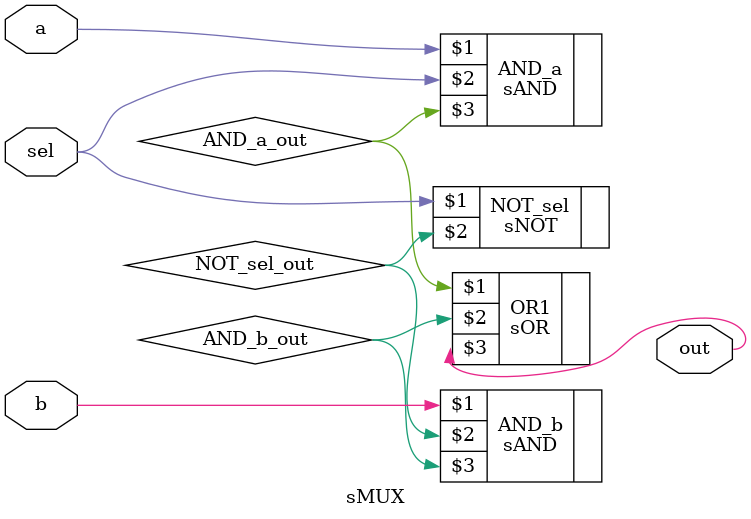
<source format=v>

/**

I started by creating the truth table using inputs a, b, and sel. From that it was a matter of getting the canonical representation.
After simplifying using boolean algebra, I get that the equation that represents the MUX is:
!S * B + S * A. So let's build it!

**/

`include "XOR_module.v"

module sMUX (a, b, sel, out);

input a, b, sel;
output out;

wire NOT_sel_out;
wire AND_a_out;
wire AND_b_out;

sNOT NOT_sel (sel, NOT_sel_out);
sAND AND_a (a, sel, AND_a_out);
sAND AND_b (b, NOT_sel_out, AND_b_out);

sOR OR1 (AND_a_out, AND_b_out, out);

endmodule
</source>
